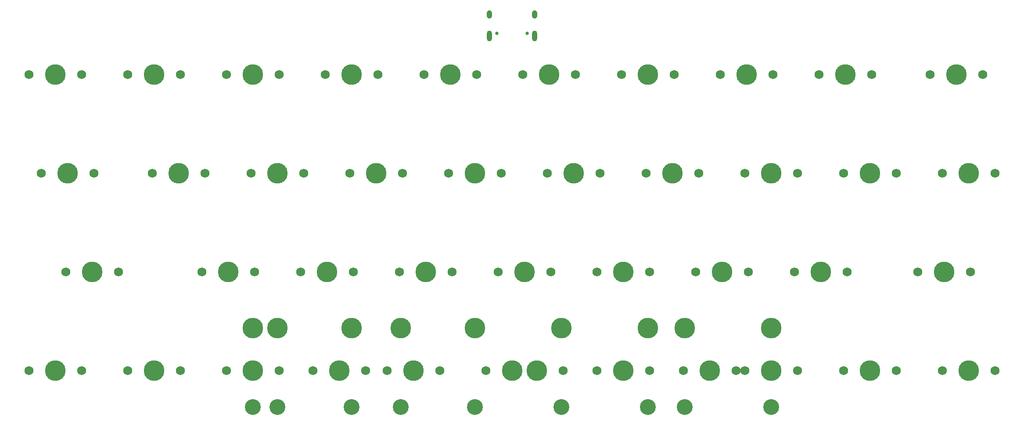
<source format=gbr>
%TF.GenerationSoftware,KiCad,Pcbnew,(5.1.10)-1*%
%TF.CreationDate,2021-08-19T10:16:45+02:00*%
%TF.ProjectId,qez,71657a2e-6b69-4636-9164-5f7063625858,rev?*%
%TF.SameCoordinates,Original*%
%TF.FileFunction,Soldermask,Top*%
%TF.FilePolarity,Negative*%
%FSLAX46Y46*%
G04 Gerber Fmt 4.6, Leading zero omitted, Abs format (unit mm)*
G04 Created by KiCad (PCBNEW (5.1.10)-1) date 2021-08-19 10:16:45*
%MOMM*%
%LPD*%
G01*
G04 APERTURE LIST*
%ADD10C,3.987800*%
%ADD11C,3.048000*%
%ADD12C,1.750000*%
%ADD13O,1.000000X1.600000*%
%ADD14C,0.650000*%
%ADD15O,1.000000X2.100000*%
G04 APERTURE END LIST*
D10*
%TO.C,MX41*%
X205574900Y-115570000D03*
X105575100Y-115570000D03*
D11*
X205574900Y-130810000D03*
X105575100Y-130810000D03*
D12*
X160655000Y-123825000D03*
X150495000Y-123825000D03*
D10*
X155575000Y-123825000D03*
%TD*%
D12*
%TO.C,MX34*%
X165417500Y-123825000D03*
X155257500Y-123825000D03*
D10*
X160337500Y-123825000D03*
%TD*%
D12*
%TO.C,MX25*%
X143986250Y-104775000D03*
X133826250Y-104775000D03*
D10*
X138906250Y-104775000D03*
%TD*%
%TO.C,MX40*%
X177006250Y-123825000D03*
D12*
X171926250Y-123825000D03*
X182086250Y-123825000D03*
D11*
X165100000Y-130810000D03*
X188912500Y-130810000D03*
D10*
X165100000Y-115570000D03*
X188912500Y-115570000D03*
%TD*%
%TO.C,MX39*%
X136525000Y-123825000D03*
D12*
X131445000Y-123825000D03*
X141605000Y-123825000D03*
D11*
X124618750Y-130810000D03*
X148431250Y-130810000D03*
D10*
X124618750Y-115570000D03*
X148431250Y-115570000D03*
%TD*%
%TO.C,MX35*%
X193675000Y-123825000D03*
D12*
X188595000Y-123825000D03*
X198755000Y-123825000D03*
D11*
X181768750Y-130810000D03*
X205581250Y-130810000D03*
D10*
X181768750Y-115570000D03*
X205581250Y-115570000D03*
%TD*%
%TO.C,MX33*%
X134143750Y-115570000D03*
X110331250Y-115570000D03*
D11*
X134143750Y-130810000D03*
X110331250Y-130810000D03*
D12*
X127317500Y-123825000D03*
X117157500Y-123825000D03*
D10*
X122237500Y-123825000D03*
%TD*%
D12*
%TO.C,MX28*%
X201136250Y-104775000D03*
X190976250Y-104775000D03*
D10*
X196056250Y-104775000D03*
%TD*%
%TO.C,MX36*%
X205581250Y-123825000D03*
D12*
X200501250Y-123825000D03*
X210661250Y-123825000D03*
%TD*%
D10*
%TO.C,MX32*%
X105568750Y-123825000D03*
D12*
X100488750Y-123825000D03*
X110648750Y-123825000D03*
%TD*%
%TO.C,MX17*%
X191611250Y-85725000D03*
X181451250Y-85725000D03*
D10*
X186531250Y-85725000D03*
%TD*%
D12*
%TO.C,MX14*%
X134461250Y-85725000D03*
X124301250Y-85725000D03*
D10*
X129381250Y-85725000D03*
%TD*%
%TO.C,MX1*%
X67468750Y-66675000D03*
D12*
X62388750Y-66675000D03*
X72548750Y-66675000D03*
%TD*%
D10*
%TO.C,MX2*%
X86518750Y-66675000D03*
D12*
X81438750Y-66675000D03*
X91598750Y-66675000D03*
%TD*%
D10*
%TO.C,MX3*%
X105568750Y-66675000D03*
D12*
X100488750Y-66675000D03*
X110648750Y-66675000D03*
%TD*%
D10*
%TO.C,MX4*%
X124618750Y-66675000D03*
D12*
X119538750Y-66675000D03*
X129698750Y-66675000D03*
%TD*%
D10*
%TO.C,MX5*%
X143668750Y-66675000D03*
D12*
X138588750Y-66675000D03*
X148748750Y-66675000D03*
%TD*%
D10*
%TO.C,MX6*%
X162718750Y-66675000D03*
D12*
X157638750Y-66675000D03*
X167798750Y-66675000D03*
%TD*%
D10*
%TO.C,MX7*%
X181768750Y-66675000D03*
D12*
X176688750Y-66675000D03*
X186848750Y-66675000D03*
%TD*%
D10*
%TO.C,MX8*%
X200818750Y-66675000D03*
D12*
X195738750Y-66675000D03*
X205898750Y-66675000D03*
%TD*%
D10*
%TO.C,MX9*%
X219868750Y-66675000D03*
D12*
X214788750Y-66675000D03*
X224948750Y-66675000D03*
%TD*%
%TO.C,MX15*%
X153511250Y-85725000D03*
X143351250Y-85725000D03*
D10*
X148431250Y-85725000D03*
%TD*%
D12*
%TO.C,MX30*%
X243998750Y-104775000D03*
X233838750Y-104775000D03*
D10*
X238918750Y-104775000D03*
%TD*%
D12*
%TO.C,MX21*%
X79692500Y-104775000D03*
X69532500Y-104775000D03*
D10*
X74612500Y-104775000D03*
%TD*%
D12*
%TO.C,MX11*%
X74930000Y-85725000D03*
X64770000Y-85725000D03*
D10*
X69850000Y-85725000D03*
%TD*%
D12*
%TO.C,MX10*%
X246380000Y-66675000D03*
X236220000Y-66675000D03*
D10*
X241300000Y-66675000D03*
%TD*%
D13*
%TO.C,USB1*%
X159895000Y-55020500D03*
D14*
X158465000Y-58670500D03*
D13*
X151255000Y-55020500D03*
D14*
X152685000Y-58670500D03*
D15*
X151255000Y-59200500D03*
X159895000Y-59200500D03*
%TD*%
D12*
%TO.C,MX38*%
X248761250Y-123825000D03*
X238601250Y-123825000D03*
D10*
X243681250Y-123825000D03*
%TD*%
D12*
%TO.C,MX37*%
X229711250Y-123825000D03*
X219551250Y-123825000D03*
D10*
X224631250Y-123825000D03*
%TD*%
D12*
%TO.C,MX31*%
X91598750Y-123825000D03*
X81438750Y-123825000D03*
D10*
X86518750Y-123825000D03*
%TD*%
D12*
%TO.C,MX29*%
X220186250Y-104775000D03*
X210026250Y-104775000D03*
D10*
X215106250Y-104775000D03*
%TD*%
D12*
%TO.C,MX27*%
X182086250Y-104775000D03*
X171926250Y-104775000D03*
D10*
X177006250Y-104775000D03*
%TD*%
D12*
%TO.C,MX26*%
X163036250Y-104775000D03*
X152876250Y-104775000D03*
D10*
X157956250Y-104775000D03*
%TD*%
D12*
%TO.C,MX24*%
X124936250Y-104775000D03*
X114776250Y-104775000D03*
D10*
X119856250Y-104775000D03*
%TD*%
D12*
%TO.C,MX23*%
X105886250Y-104775000D03*
X95726250Y-104775000D03*
D10*
X100806250Y-104775000D03*
%TD*%
D12*
%TO.C,MX22*%
X72548750Y-123825000D03*
X62388750Y-123825000D03*
D10*
X67468750Y-123825000D03*
%TD*%
D12*
%TO.C,MX20*%
X248761250Y-85725000D03*
X238601250Y-85725000D03*
D10*
X243681250Y-85725000D03*
%TD*%
D12*
%TO.C,MX19*%
X229711250Y-85725000D03*
X219551250Y-85725000D03*
D10*
X224631250Y-85725000D03*
%TD*%
D12*
%TO.C,MX18*%
X210661250Y-85725000D03*
X200501250Y-85725000D03*
D10*
X205581250Y-85725000D03*
%TD*%
D12*
%TO.C,MX16*%
X172561250Y-85725000D03*
X162401250Y-85725000D03*
D10*
X167481250Y-85725000D03*
%TD*%
D12*
%TO.C,MX13*%
X115411250Y-85725000D03*
X105251250Y-85725000D03*
D10*
X110331250Y-85725000D03*
%TD*%
D12*
%TO.C,MX12*%
X96361250Y-85725000D03*
X86201250Y-85725000D03*
D10*
X91281250Y-85725000D03*
%TD*%
M02*

</source>
